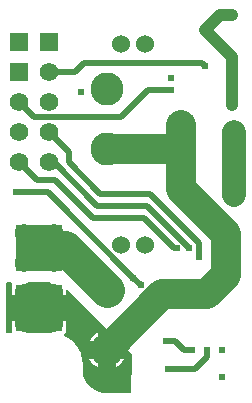
<source format=gtl>
G04 Layer: TopLayer*
G04 EasyEDA v6.5.39, 2024-01-09 17:58:11*
G04 1731ee7187ce4ff3998c1f3127dcefb7,7c1e8d740ba24e6f83eb2d53d3341807,10*
G04 Gerber Generator version 0.2*
G04 Scale: 100 percent, Rotated: No, Reflected: No *
G04 Dimensions in millimeters *
G04 leading zeros omitted , absolute positions ,4 integer and 5 decimal *
%FSLAX45Y45*%
%MOMM*%

%ADD10C,1.0000*%
%ADD11C,0.5000*%
%ADD12C,2.0000*%
%ADD13C,2.5000*%
%ADD14C,3.0000*%
%ADD15C,1.5748*%
%ADD16R,1.5748X1.5748*%
%ADD17R,4.0000X4.0000*%
%ADD18C,2.8000*%
%ADD19C,1.5240*%
%ADD20C,1.5700*%
%ADD21C,0.6200*%

%LPD*%
G36*
X2513279Y-1663192D02*
G01*
X2509469Y-1662430D01*
X2504694Y-1660499D01*
X2498902Y-1659585D01*
X2479446Y-1658670D01*
X2461260Y-1656080D01*
X2443378Y-1651812D01*
X2425954Y-1645920D01*
X2409139Y-1638452D01*
X2393137Y-1629460D01*
X2377998Y-1619046D01*
X2363876Y-1607261D01*
X2350871Y-1594256D01*
X2339187Y-1580083D01*
X2328824Y-1564894D01*
X2319934Y-1548790D01*
X2312517Y-1531975D01*
X2306726Y-1514500D01*
X2302560Y-1496618D01*
X2300071Y-1478381D01*
X2299208Y-1459687D01*
X2299208Y-1409903D01*
X2297988Y-1385163D01*
X2294636Y-1362252D01*
X2289200Y-1339748D01*
X2282748Y-1320342D01*
X2273503Y-1299108D01*
X2262327Y-1278788D01*
X2247696Y-1257401D01*
X2234641Y-1241704D01*
X2216302Y-1223365D01*
X2198370Y-1208684D01*
X2181555Y-1197102D01*
X2161336Y-1185722D01*
X2146198Y-1178915D01*
X2142693Y-1176324D01*
X2140559Y-1172514D01*
X2140254Y-1168146D01*
X2141778Y-1164082D01*
X2144877Y-1161034D01*
X2146503Y-1160018D01*
X2150618Y-1155903D01*
X2153666Y-1151026D01*
X2155596Y-1145540D01*
X2156307Y-1139240D01*
X2156307Y-1046175D01*
X2036775Y-1046175D01*
X2036775Y-1145032D01*
X2035962Y-1148943D01*
X2033778Y-1152194D01*
X2030475Y-1154430D01*
X2026615Y-1155192D01*
X1834235Y-1155192D01*
X1830324Y-1154430D01*
X1827022Y-1152194D01*
X1824837Y-1148943D01*
X1824075Y-1145032D01*
X1824075Y-1046175D01*
X1704492Y-1046175D01*
X1704492Y-1139240D01*
X1705000Y-1143914D01*
X1704593Y-1148130D01*
X1702511Y-1151788D01*
X1699056Y-1154328D01*
X1694942Y-1155192D01*
X1661668Y-1155192D01*
X1657756Y-1154430D01*
X1654505Y-1152194D01*
X1652270Y-1148943D01*
X1651507Y-1145032D01*
X1651507Y-733856D01*
X1652270Y-729996D01*
X1654505Y-726694D01*
X1657756Y-724458D01*
X1661668Y-723696D01*
X1694992Y-723696D01*
X1699158Y-724611D01*
X1702562Y-727100D01*
X1704695Y-730758D01*
X1705102Y-735025D01*
X1704492Y-740359D01*
X1704492Y-833475D01*
X1824075Y-833475D01*
X1824075Y-733856D01*
X1824837Y-729996D01*
X1827022Y-726694D01*
X1830324Y-724458D01*
X1834235Y-723696D01*
X2026615Y-723696D01*
X2030475Y-724458D01*
X2033778Y-726694D01*
X2035962Y-729996D01*
X2036775Y-733856D01*
X2036775Y-833475D01*
X2156307Y-833475D01*
X2156307Y-794105D01*
X2157069Y-790244D01*
X2159304Y-786942D01*
X2162556Y-784758D01*
X2166467Y-783945D01*
X2170379Y-784758D01*
X2173630Y-786942D01*
X2578862Y-1192174D01*
X2581046Y-1195476D01*
X2581859Y-1199337D01*
X2581859Y-1220165D01*
X2602636Y-1220165D01*
X2606548Y-1220927D01*
X2609799Y-1223111D01*
X2717038Y-1330350D01*
X2719222Y-1333601D01*
X2720035Y-1337513D01*
X2720035Y-1494180D01*
X2719222Y-1498092D01*
X2717038Y-1501394D01*
X2707995Y-1510385D01*
X2707335Y-1512112D01*
X2707335Y-1653032D01*
X2706522Y-1656943D01*
X2704338Y-1660194D01*
X2701036Y-1662430D01*
X2697175Y-1663192D01*
G37*

%LPC*%
G36*
X2429154Y-1443736D02*
G01*
X2429154Y-1372819D01*
X2358390Y-1372819D01*
X2364841Y-1384503D01*
X2375001Y-1398930D01*
X2386634Y-1412240D01*
X2399588Y-1424178D01*
X2413812Y-1434744D01*
G37*
G36*
X2581859Y-1443736D02*
G01*
X2597200Y-1434744D01*
X2611374Y-1424178D01*
X2624328Y-1412240D01*
X2635961Y-1398930D01*
X2646121Y-1384503D01*
X2652572Y-1372819D01*
X2581859Y-1372819D01*
G37*
G36*
X2358390Y-1220165D02*
G01*
X2429154Y-1220165D01*
X2429154Y-1149451D01*
X2421280Y-1153566D01*
X2406548Y-1163320D01*
X2392984Y-1174597D01*
X2380640Y-1187246D01*
X2369718Y-1201115D01*
X2360371Y-1216101D01*
G37*

%LPD*%
D10*
X3340100Y1409700D02*
G01*
X3467100Y1536700D01*
X3568700Y1536700D01*
D11*
X1765300Y800100D02*
G01*
X1892300Y673100D01*
X2628900Y673100D01*
X2857500Y901700D01*
X3048000Y901700D01*
X2019300Y1054100D02*
G01*
X2235200Y1054100D01*
X2311400Y1130300D01*
X3314700Y1130300D01*
X3340100Y1104900D01*
D12*
X3581400Y546100D02*
G01*
X3581400Y19050D01*
D11*
X1765300Y292100D02*
G01*
X1917700Y139700D01*
X2070100Y139700D01*
X2387600Y-177800D01*
X2819400Y-177800D01*
X3073400Y-431800D01*
X3098800Y-431800D01*
X2019300Y546100D02*
G01*
X2184400Y381000D01*
X2184400Y292100D01*
X2451100Y25400D01*
X2870200Y25400D01*
X3289300Y-393700D01*
X3289300Y-508000D01*
X2019300Y292100D02*
G01*
X2057400Y292100D01*
X2425700Y-76200D01*
X2844800Y-76200D01*
X3200400Y-431800D01*
D13*
X2505456Y-1296415D02*
G01*
X2976372Y-825500D01*
X3352800Y-825500D01*
X3517900Y-660400D01*
X3517900Y-317500D01*
X3136900Y63500D01*
X3136900Y309879D01*
D11*
X1816100Y38100D02*
G01*
X2006600Y38100D01*
X2730500Y-685800D01*
X1816100Y38100D02*
G01*
X1739900Y38100D01*
X3022600Y-1460500D02*
G01*
X3251200Y-1460500D01*
X3352800Y-1358900D01*
X3352800Y-1295400D01*
X3009900Y-1219200D02*
G01*
X3086100Y-1219200D01*
X3162300Y-1295400D01*
X3225800Y-1295400D01*
X2730500Y-685800D02*
G01*
X2794000Y-749300D01*
D13*
X3136900Y609600D02*
G01*
X3136900Y571500D01*
X3136900Y152400D01*
X2514536Y406400D02*
G01*
X3109912Y406400D01*
D14*
X1930400Y-431800D02*
G01*
X2148840Y-431800D01*
X2505456Y-788415D01*
D10*
X3340100Y1409700D02*
G01*
X3568700Y1181100D01*
X3568700Y774700D01*
D15*
G01*
X1765300Y292100D03*
G01*
X2019300Y292100D03*
G01*
X1765297Y546097D03*
G01*
X1765297Y800097D03*
D16*
G01*
X1765297Y1054097D03*
G01*
X1765297Y1308097D03*
G01*
X2019300Y1308100D03*
D15*
G01*
X2019300Y1054100D03*
G01*
X2019300Y800100D03*
G01*
X2019300Y546100D03*
D17*
G01*
X1930400Y-939800D03*
G01*
X1930400Y-431800D03*
D18*
G01*
X2505506Y403491D03*
G01*
X2505506Y911491D03*
D19*
G01*
X2628518Y1296504D03*
G01*
X2828518Y1296504D03*
D18*
G01*
X2505506Y-1296504D03*
G01*
X2505506Y-788504D03*
D19*
G01*
X2628518Y-403491D03*
G01*
X2828518Y-403491D03*
D20*
G01*
X2057400Y-558800D03*
G01*
X2057400Y-304800D03*
G01*
X1803400Y-558800D03*
G01*
X1803400Y-304800D03*
G01*
X2057400Y-1066800D03*
G01*
X2057400Y-812800D03*
G01*
X1803400Y-1066800D03*
G01*
X1803400Y-812800D03*
D21*
G01*
X3479800Y-1295400D03*
G01*
X3340100Y1409700D03*
G01*
X3340100Y1104900D03*
G01*
X3048000Y901700D03*
G01*
X3098800Y-431800D03*
G01*
X3200400Y-431800D03*
G01*
X3289300Y-508000D03*
G01*
X3568700Y1536700D03*
G01*
X3568700Y774700D03*
G01*
X3022600Y-1460500D03*
G01*
X3225800Y-1295400D03*
G01*
X3352800Y-1295400D03*
G01*
X3556000Y546100D03*
G01*
X3556000Y469900D03*
G01*
X3556000Y393700D03*
G01*
X3556000Y165100D03*
G01*
X3556000Y241300D03*
G01*
X3556000Y317500D03*
G01*
X3556000Y12700D03*
G01*
X3556000Y88900D03*
G01*
X3098800Y635000D03*
G01*
X3098800Y558800D03*
G01*
X3098800Y482600D03*
G01*
X3098800Y406400D03*
G01*
X3098800Y330200D03*
G01*
X3175000Y596900D03*
G01*
X3175000Y520700D03*
G01*
X3175000Y444500D03*
G01*
X3175000Y368300D03*
G01*
X3175000Y292100D03*
G01*
X3175000Y139700D03*
G01*
X3175000Y215900D03*
G01*
X3098800Y254000D03*
G01*
X3098800Y177800D03*
G01*
X3479800Y-1524000D03*
G01*
X3048000Y1003300D03*
G01*
X2286000Y889000D03*
G01*
X1816100Y38100D03*
G01*
X2794000Y-749300D03*
G01*
X2730500Y-685800D03*
G01*
X3009900Y-1219200D03*
G01*
X1739900Y38100D03*
G01*
X3632200Y508000D03*
G01*
X3632200Y431800D03*
G01*
X3632200Y355600D03*
G01*
X3632200Y279400D03*
G01*
X3632200Y203200D03*
G01*
X3632200Y127000D03*
G01*
X3632200Y50800D03*
G01*
X3632200Y-25400D03*
M02*

</source>
